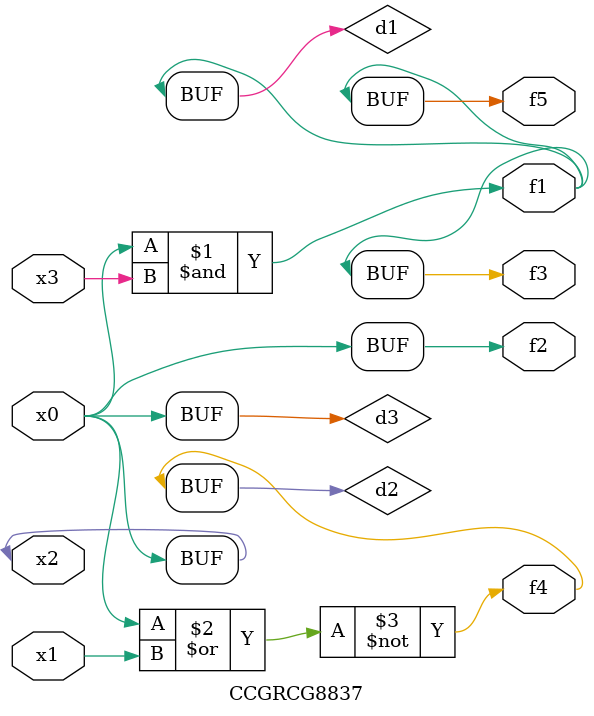
<source format=v>
module CCGRCG8837(
	input x0, x1, x2, x3,
	output f1, f2, f3, f4, f5
);

	wire d1, d2, d3;

	and (d1, x2, x3);
	nor (d2, x0, x1);
	buf (d3, x0, x2);
	assign f1 = d1;
	assign f2 = d3;
	assign f3 = d1;
	assign f4 = d2;
	assign f5 = d1;
endmodule

</source>
